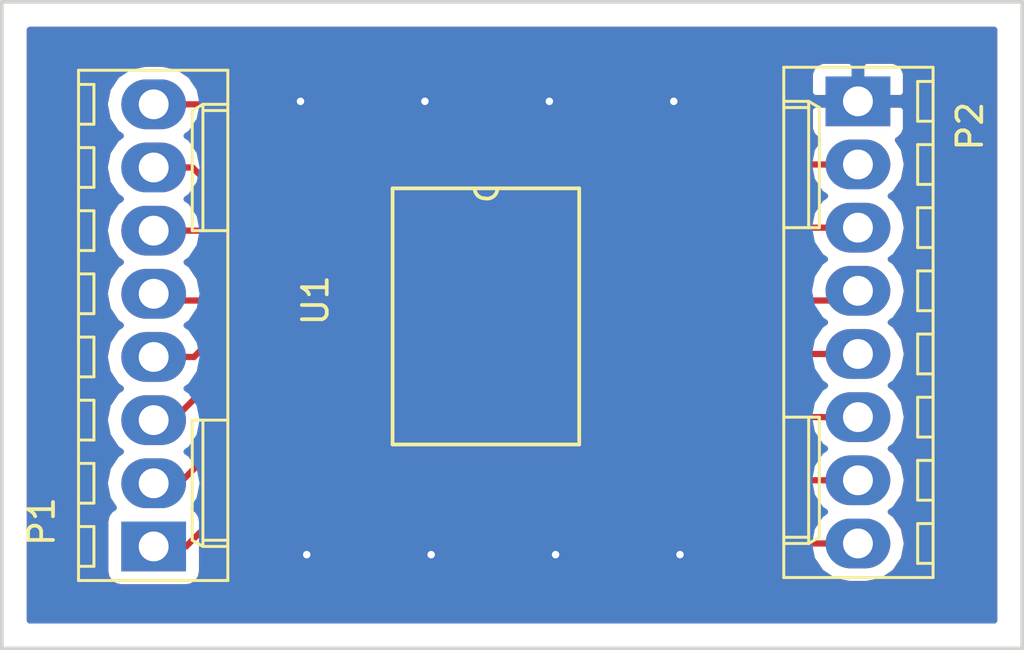
<source format=kicad_pcb>
(kicad_pcb (version 4) (host pcbnew 4.0.5)

  (general
    (links 24)
    (no_connects 0)
    (area 74.924999 23.924999 116.075001 50.075001)
    (thickness 1.6)
    (drawings 4)
    (tracks 257)
    (zones 0)
    (modules 11)
    (nets 17)
  )

  (page A4)
  (layers
    (0 F.Cu signal)
    (31 B.Cu signal hide)
    (32 B.Adhes user)
    (33 F.Adhes user)
    (34 B.Paste user)
    (35 F.Paste user)
    (36 B.SilkS user)
    (37 F.SilkS user)
    (38 B.Mask user)
    (39 F.Mask user)
    (40 Dwgs.User user)
    (41 Cmts.User user)
    (42 Eco1.User user)
    (43 Eco2.User user)
    (44 Edge.Cuts user)
    (45 Margin user)
    (46 B.CrtYd user)
    (47 F.CrtYd user)
    (48 B.Fab user)
    (49 F.Fab user)
  )

  (setup
    (last_trace_width 0.25)
    (trace_clearance 0.2)
    (zone_clearance 0.508)
    (zone_45_only no)
    (trace_min 0.2)
    (segment_width 0.2)
    (edge_width 0.15)
    (via_size 0.6)
    (via_drill 0.4)
    (via_min_size 0.4)
    (via_min_drill 0.3)
    (uvia_size 0.3)
    (uvia_drill 0.1)
    (uvias_allowed no)
    (uvia_min_size 0.2)
    (uvia_min_drill 0.1)
    (pcb_text_width 0.3)
    (pcb_text_size 1.5 1.5)
    (mod_edge_width 0.15)
    (mod_text_size 1 1)
    (mod_text_width 0.15)
    (pad_size 0.6 0.6)
    (pad_drill 0.3)
    (pad_to_mask_clearance 0.2)
    (aux_axis_origin 0 0)
    (visible_elements FFFFFF7F)
    (pcbplotparams
      (layerselection 0x01000_00000001)
      (usegerberextensions false)
      (excludeedgelayer true)
      (linewidth 0.100000)
      (plotframeref false)
      (viasonmask false)
      (mode 1)
      (useauxorigin false)
      (hpglpennumber 1)
      (hpglpenspeed 20)
      (hpglpendiameter 15)
      (hpglpenoverlay 2)
      (psnegative false)
      (psa4output false)
      (plotreference true)
      (plotvalue true)
      (plotinvisibletext false)
      (padsonsilk false)
      (subtractmaskfromsilk false)
      (outputformat 1)
      (mirror false)
      (drillshape 0)
      (scaleselection 1)
      (outputdirectory Gerbers/))
  )

  (net 0 "")
  (net 1 "Net-(P1-Pad1)")
  (net 2 "Net-(P1-Pad2)")
  (net 3 "Net-(P1-Pad3)")
  (net 4 "Net-(P1-Pad4)")
  (net 5 "Net-(P1-Pad5)")
  (net 6 "Net-(P1-Pad6)")
  (net 7 "Net-(P1-Pad7)")
  (net 8 "Net-(P1-Pad8)")
  (net 9 "Net-(P2-Pad1)")
  (net 10 "Net-(P2-Pad2)")
  (net 11 "Net-(P2-Pad3)")
  (net 12 "Net-(P2-Pad4)")
  (net 13 "Net-(P2-Pad5)")
  (net 14 "Net-(P2-Pad6)")
  (net 15 "Net-(P2-Pad7)")
  (net 16 "Net-(P2-Pad8)")

  (net_class Default "This is the default net class."
    (clearance 0.2)
    (trace_width 0.25)
    (via_dia 0.6)
    (via_drill 0.4)
    (uvia_dia 0.3)
    (uvia_drill 0.1)
    (add_net "Net-(P1-Pad1)")
    (add_net "Net-(P1-Pad2)")
    (add_net "Net-(P1-Pad3)")
    (add_net "Net-(P1-Pad4)")
    (add_net "Net-(P1-Pad5)")
    (add_net "Net-(P1-Pad6)")
    (add_net "Net-(P1-Pad7)")
    (add_net "Net-(P1-Pad8)")
    (add_net "Net-(P2-Pad1)")
    (add_net "Net-(P2-Pad2)")
    (add_net "Net-(P2-Pad3)")
    (add_net "Net-(P2-Pad4)")
    (add_net "Net-(P2-Pad5)")
    (add_net "Net-(P2-Pad6)")
    (add_net "Net-(P2-Pad7)")
    (add_net "Net-(P2-Pad8)")
  )

  (module BlackfinV1:VIA-0.6mm (layer F.Cu) (tedit 58ECD088) (tstamp 58ECD9AF)
    (at 102.25 46.23)
    (fp_text reference REF** (at 0 0) (layer F.SilkS) hide
      (effects (font (size 0.2 0.2) (thickness 0.05)))
    )
    (fp_text value VIA-0.6mm (at 0 0) (layer F.Fab) hide
      (effects (font (size 0.2 0.2) (thickness 0.05)))
    )
    (pad 1 thru_hole circle (at 0 0) (size 0.6 0.6) (drill 0.3) (layers *.Cu)
      (net 9 "Net-(P2-Pad1)") (zone_connect 2))
  )

  (module BlackfinV1:VIA-0.6mm (layer F.Cu) (tedit 58ECD088) (tstamp 58ECD9AB)
    (at 97.25 46.23)
    (fp_text reference REF** (at 0 0) (layer F.SilkS) hide
      (effects (font (size 0.2 0.2) (thickness 0.05)))
    )
    (fp_text value VIA-0.6mm (at 0 0) (layer F.Fab) hide
      (effects (font (size 0.2 0.2) (thickness 0.05)))
    )
    (pad 1 thru_hole circle (at 0 0) (size 0.6 0.6) (drill 0.3) (layers *.Cu)
      (net 9 "Net-(P2-Pad1)") (zone_connect 2))
  )

  (module BlackfinV1:VIA-0.6mm (layer F.Cu) (tedit 58ECD088) (tstamp 58ECD9A7)
    (at 92.25 46.23)
    (fp_text reference REF** (at 0 0) (layer F.SilkS) hide
      (effects (font (size 0.2 0.2) (thickness 0.05)))
    )
    (fp_text value VIA-0.6mm (at 0 0) (layer F.Fab) hide
      (effects (font (size 0.2 0.2) (thickness 0.05)))
    )
    (pad 1 thru_hole circle (at 0 0) (size 0.6 0.6) (drill 0.3) (layers *.Cu)
      (net 9 "Net-(P2-Pad1)") (zone_connect 2))
  )

  (module BlackfinV1:VIA-0.6mm (layer F.Cu) (tedit 58ECD088) (tstamp 58ECD9A2)
    (at 87.25 46.23)
    (fp_text reference REF** (at 0 0) (layer F.SilkS) hide
      (effects (font (size 0.2 0.2) (thickness 0.05)))
    )
    (fp_text value VIA-0.6mm (at 0 0) (layer F.Fab) hide
      (effects (font (size 0.2 0.2) (thickness 0.05)))
    )
    (pad 1 thru_hole circle (at 0 0) (size 0.6 0.6) (drill 0.3) (layers *.Cu)
      (net 9 "Net-(P2-Pad1)") (zone_connect 2))
  )

  (module BlackfinV1:VIA-0.6mm (layer F.Cu) (tedit 58ECD088) (tstamp 58ECD99D)
    (at 102 28)
    (fp_text reference REF** (at 0 0) (layer F.SilkS) hide
      (effects (font (size 0.2 0.2) (thickness 0.05)))
    )
    (fp_text value VIA-0.6mm (at 0 0) (layer F.Fab) hide
      (effects (font (size 0.2 0.2) (thickness 0.05)))
    )
    (pad 1 thru_hole circle (at 0 0) (size 0.6 0.6) (drill 0.3) (layers *.Cu)
      (net 9 "Net-(P2-Pad1)") (zone_connect 2))
  )

  (module BlackfinV1:VIA-0.6mm (layer F.Cu) (tedit 58ECD0EF) (tstamp 58ECD999)
    (at 97 28)
    (fp_text reference REF** (at 0 0) (layer F.SilkS) hide
      (effects (font (size 0.2 0.2) (thickness 0.05)))
    )
    (fp_text value VIA-0.6mm (at 0 0) (layer F.Fab) hide
      (effects (font (size 0.2 0.2) (thickness 0.05)))
    )
    (pad 1 thru_hole circle (at 0 0) (size 0.6 0.6) (drill 0.3) (layers *.Cu)
      (net 9 "Net-(P2-Pad1)") (zone_connect 2))
  )

  (module BlackfinV1:VIA-0.6mm (layer F.Cu) (tedit 58ECD088) (tstamp 58ECD995)
    (at 92 28)
    (fp_text reference REF** (at 0 0) (layer F.SilkS) hide
      (effects (font (size 0.2 0.2) (thickness 0.05)))
    )
    (fp_text value VIA-0.6mm (at 0 0) (layer F.Fab) hide
      (effects (font (size 0.2 0.2) (thickness 0.05)))
    )
    (pad 1 thru_hole circle (at 0 0) (size 0.6 0.6) (drill 0.3) (layers *.Cu)
      (net 9 "Net-(P2-Pad1)") (zone_connect 2))
  )

  (module Connectors_Molex:Molex_KK-6410-08_08x2.54mm_Straight (layer F.Cu) (tedit 58ECD082) (tstamp 58ECCFDC)
    (at 109.4 28 270)
    (descr "Connector Headers with Friction Lock, 22-27-2081, http://www.molex.com/pdm_docs/sd/022272021_sd.pdf")
    (tags "connector molex kk_6410 22-27-2081")
    (path /58ECCA87)
    (fp_text reference P2 (at 1 -4.5 270) (layer F.SilkS)
      (effects (font (size 1 1) (thickness 0.15)))
    )
    (fp_text value CONN_01X08 (at 8.89 4.5 270) (layer F.Fab)
      (effects (font (size 1 1) (thickness 0.15)))
    )
    (fp_line (start -1.37 -3.02) (end -1.37 2.98) (layer F.SilkS) (width 0.12))
    (fp_line (start -1.37 2.98) (end 19.15 2.98) (layer F.SilkS) (width 0.12))
    (fp_line (start 19.15 2.98) (end 19.15 -3.02) (layer F.SilkS) (width 0.12))
    (fp_line (start 19.15 -3.02) (end -1.37 -3.02) (layer F.SilkS) (width 0.12))
    (fp_line (start 0 2.98) (end 0 1.98) (layer F.SilkS) (width 0.12))
    (fp_line (start 0 1.98) (end 5.08 1.98) (layer F.SilkS) (width 0.12))
    (fp_line (start 5.08 1.98) (end 5.08 2.98) (layer F.SilkS) (width 0.12))
    (fp_line (start 0 1.98) (end 0.25 1.55) (layer F.SilkS) (width 0.12))
    (fp_line (start 0.25 1.55) (end 5.08 1.55) (layer F.SilkS) (width 0.12))
    (fp_line (start 5.08 1.55) (end 5.08 1.98) (layer F.SilkS) (width 0.12))
    (fp_line (start 0.25 2.98) (end 0.25 1.98) (layer F.SilkS) (width 0.12))
    (fp_line (start 17.78 2.98) (end 17.78 1.98) (layer F.SilkS) (width 0.12))
    (fp_line (start 17.78 1.98) (end 12.7 1.98) (layer F.SilkS) (width 0.12))
    (fp_line (start 12.7 1.98) (end 12.7 2.98) (layer F.SilkS) (width 0.12))
    (fp_line (start 17.78 1.98) (end 17.53 1.55) (layer F.SilkS) (width 0.12))
    (fp_line (start 17.53 1.55) (end 12.7 1.55) (layer F.SilkS) (width 0.12))
    (fp_line (start 12.7 1.55) (end 12.7 1.98) (layer F.SilkS) (width 0.12))
    (fp_line (start 17.53 2.98) (end 17.53 1.98) (layer F.SilkS) (width 0.12))
    (fp_line (start -0.8 -3.02) (end -0.8 -2.4) (layer F.SilkS) (width 0.12))
    (fp_line (start -0.8 -2.4) (end 0.8 -2.4) (layer F.SilkS) (width 0.12))
    (fp_line (start 0.8 -2.4) (end 0.8 -3.02) (layer F.SilkS) (width 0.12))
    (fp_line (start 1.74 -3.02) (end 1.74 -2.4) (layer F.SilkS) (width 0.12))
    (fp_line (start 1.74 -2.4) (end 3.34 -2.4) (layer F.SilkS) (width 0.12))
    (fp_line (start 3.34 -2.4) (end 3.34 -3.02) (layer F.SilkS) (width 0.12))
    (fp_line (start 4.28 -3.02) (end 4.28 -2.4) (layer F.SilkS) (width 0.12))
    (fp_line (start 4.28 -2.4) (end 5.88 -2.4) (layer F.SilkS) (width 0.12))
    (fp_line (start 5.88 -2.4) (end 5.88 -3.02) (layer F.SilkS) (width 0.12))
    (fp_line (start 6.82 -3.02) (end 6.82 -2.4) (layer F.SilkS) (width 0.12))
    (fp_line (start 6.82 -2.4) (end 8.42 -2.4) (layer F.SilkS) (width 0.12))
    (fp_line (start 8.42 -2.4) (end 8.42 -3.02) (layer F.SilkS) (width 0.12))
    (fp_line (start 9.36 -3.02) (end 9.36 -2.4) (layer F.SilkS) (width 0.12))
    (fp_line (start 9.36 -2.4) (end 10.96 -2.4) (layer F.SilkS) (width 0.12))
    (fp_line (start 10.96 -2.4) (end 10.96 -3.02) (layer F.SilkS) (width 0.12))
    (fp_line (start 11.9 -3.02) (end 11.9 -2.4) (layer F.SilkS) (width 0.12))
    (fp_line (start 11.9 -2.4) (end 13.5 -2.4) (layer F.SilkS) (width 0.12))
    (fp_line (start 13.5 -2.4) (end 13.5 -3.02) (layer F.SilkS) (width 0.12))
    (fp_line (start 14.44 -3.02) (end 14.44 -2.4) (layer F.SilkS) (width 0.12))
    (fp_line (start 14.44 -2.4) (end 16.04 -2.4) (layer F.SilkS) (width 0.12))
    (fp_line (start 16.04 -2.4) (end 16.04 -3.02) (layer F.SilkS) (width 0.12))
    (fp_line (start 16.98 -3.02) (end 16.98 -2.4) (layer F.SilkS) (width 0.12))
    (fp_line (start 16.98 -2.4) (end 18.58 -2.4) (layer F.SilkS) (width 0.12))
    (fp_line (start 18.58 -2.4) (end 18.58 -3.02) (layer F.SilkS) (width 0.12))
    (fp_line (start -1.9 3.5) (end -1.9 -3.55) (layer F.CrtYd) (width 0.05))
    (fp_line (start -1.9 -3.55) (end 19.7 -3.55) (layer F.CrtYd) (width 0.05))
    (fp_line (start 19.7 -3.55) (end 19.7 3.5) (layer F.CrtYd) (width 0.05))
    (fp_line (start 19.7 3.5) (end -1.9 3.5) (layer F.CrtYd) (width 0.05))
    (pad 1 thru_hole rect (at 0 0 270) (size 2 2.6) (drill 1.2) (layers *.Cu *.Mask)
      (net 9 "Net-(P2-Pad1)"))
    (pad 2 thru_hole oval (at 2.54 0 270) (size 2 2.6) (drill 1.2) (layers *.Cu *.Mask)
      (net 10 "Net-(P2-Pad2)"))
    (pad 3 thru_hole oval (at 5.08 0 270) (size 2 2.6) (drill 1.2) (layers *.Cu *.Mask)
      (net 11 "Net-(P2-Pad3)"))
    (pad 4 thru_hole oval (at 7.62 0 270) (size 2 2.6) (drill 1.2) (layers *.Cu *.Mask)
      (net 12 "Net-(P2-Pad4)"))
    (pad 5 thru_hole oval (at 10.16 0 270) (size 2 2.6) (drill 1.2) (layers *.Cu *.Mask)
      (net 13 "Net-(P2-Pad5)"))
    (pad 6 thru_hole oval (at 12.7 0 270) (size 2 2.6) (drill 1.2) (layers *.Cu *.Mask)
      (net 14 "Net-(P2-Pad6)"))
    (pad 7 thru_hole oval (at 15.24 0 270) (size 2 2.6) (drill 1.2) (layers *.Cu *.Mask)
      (net 15 "Net-(P2-Pad7)"))
    (pad 8 thru_hole oval (at 17.78 0 270) (size 2 2.6) (drill 1.2) (layers *.Cu *.Mask)
      (net 16 "Net-(P2-Pad8)"))
  )

  (module Connectors_Molex:Molex_KK-6410-08_08x2.54mm_Straight (layer F.Cu) (tedit 56C6219D) (tstamp 58ECCFA2)
    (at 81.1 45.9 90)
    (descr "Connector Headers with Friction Lock, 22-27-2081, http://www.molex.com/pdm_docs/sd/022272021_sd.pdf")
    (tags "connector molex kk_6410 22-27-2081")
    (path /58ECCB2A)
    (fp_text reference P1 (at 1 -4.5 90) (layer F.SilkS)
      (effects (font (size 1 1) (thickness 0.15)))
    )
    (fp_text value CONN_01X08 (at 8.89 4.5 90) (layer F.Fab)
      (effects (font (size 1 1) (thickness 0.15)))
    )
    (fp_line (start -1.37 -3.02) (end -1.37 2.98) (layer F.SilkS) (width 0.12))
    (fp_line (start -1.37 2.98) (end 19.15 2.98) (layer F.SilkS) (width 0.12))
    (fp_line (start 19.15 2.98) (end 19.15 -3.02) (layer F.SilkS) (width 0.12))
    (fp_line (start 19.15 -3.02) (end -1.37 -3.02) (layer F.SilkS) (width 0.12))
    (fp_line (start 0 2.98) (end 0 1.98) (layer F.SilkS) (width 0.12))
    (fp_line (start 0 1.98) (end 5.08 1.98) (layer F.SilkS) (width 0.12))
    (fp_line (start 5.08 1.98) (end 5.08 2.98) (layer F.SilkS) (width 0.12))
    (fp_line (start 0 1.98) (end 0.25 1.55) (layer F.SilkS) (width 0.12))
    (fp_line (start 0.25 1.55) (end 5.08 1.55) (layer F.SilkS) (width 0.12))
    (fp_line (start 5.08 1.55) (end 5.08 1.98) (layer F.SilkS) (width 0.12))
    (fp_line (start 0.25 2.98) (end 0.25 1.98) (layer F.SilkS) (width 0.12))
    (fp_line (start 17.78 2.98) (end 17.78 1.98) (layer F.SilkS) (width 0.12))
    (fp_line (start 17.78 1.98) (end 12.7 1.98) (layer F.SilkS) (width 0.12))
    (fp_line (start 12.7 1.98) (end 12.7 2.98) (layer F.SilkS) (width 0.12))
    (fp_line (start 17.78 1.98) (end 17.53 1.55) (layer F.SilkS) (width 0.12))
    (fp_line (start 17.53 1.55) (end 12.7 1.55) (layer F.SilkS) (width 0.12))
    (fp_line (start 12.7 1.55) (end 12.7 1.98) (layer F.SilkS) (width 0.12))
    (fp_line (start 17.53 2.98) (end 17.53 1.98) (layer F.SilkS) (width 0.12))
    (fp_line (start -0.8 -3.02) (end -0.8 -2.4) (layer F.SilkS) (width 0.12))
    (fp_line (start -0.8 -2.4) (end 0.8 -2.4) (layer F.SilkS) (width 0.12))
    (fp_line (start 0.8 -2.4) (end 0.8 -3.02) (layer F.SilkS) (width 0.12))
    (fp_line (start 1.74 -3.02) (end 1.74 -2.4) (layer F.SilkS) (width 0.12))
    (fp_line (start 1.74 -2.4) (end 3.34 -2.4) (layer F.SilkS) (width 0.12))
    (fp_line (start 3.34 -2.4) (end 3.34 -3.02) (layer F.SilkS) (width 0.12))
    (fp_line (start 4.28 -3.02) (end 4.28 -2.4) (layer F.SilkS) (width 0.12))
    (fp_line (start 4.28 -2.4) (end 5.88 -2.4) (layer F.SilkS) (width 0.12))
    (fp_line (start 5.88 -2.4) (end 5.88 -3.02) (layer F.SilkS) (width 0.12))
    (fp_line (start 6.82 -3.02) (end 6.82 -2.4) (layer F.SilkS) (width 0.12))
    (fp_line (start 6.82 -2.4) (end 8.42 -2.4) (layer F.SilkS) (width 0.12))
    (fp_line (start 8.42 -2.4) (end 8.42 -3.02) (layer F.SilkS) (width 0.12))
    (fp_line (start 9.36 -3.02) (end 9.36 -2.4) (layer F.SilkS) (width 0.12))
    (fp_line (start 9.36 -2.4) (end 10.96 -2.4) (layer F.SilkS) (width 0.12))
    (fp_line (start 10.96 -2.4) (end 10.96 -3.02) (layer F.SilkS) (width 0.12))
    (fp_line (start 11.9 -3.02) (end 11.9 -2.4) (layer F.SilkS) (width 0.12))
    (fp_line (start 11.9 -2.4) (end 13.5 -2.4) (layer F.SilkS) (width 0.12))
    (fp_line (start 13.5 -2.4) (end 13.5 -3.02) (layer F.SilkS) (width 0.12))
    (fp_line (start 14.44 -3.02) (end 14.44 -2.4) (layer F.SilkS) (width 0.12))
    (fp_line (start 14.44 -2.4) (end 16.04 -2.4) (layer F.SilkS) (width 0.12))
    (fp_line (start 16.04 -2.4) (end 16.04 -3.02) (layer F.SilkS) (width 0.12))
    (fp_line (start 16.98 -3.02) (end 16.98 -2.4) (layer F.SilkS) (width 0.12))
    (fp_line (start 16.98 -2.4) (end 18.58 -2.4) (layer F.SilkS) (width 0.12))
    (fp_line (start 18.58 -2.4) (end 18.58 -3.02) (layer F.SilkS) (width 0.12))
    (fp_line (start -1.9 3.5) (end -1.9 -3.55) (layer F.CrtYd) (width 0.05))
    (fp_line (start -1.9 -3.55) (end 19.7 -3.55) (layer F.CrtYd) (width 0.05))
    (fp_line (start 19.7 -3.55) (end 19.7 3.5) (layer F.CrtYd) (width 0.05))
    (fp_line (start 19.7 3.5) (end -1.9 3.5) (layer F.CrtYd) (width 0.05))
    (pad 1 thru_hole rect (at 0 0 90) (size 2 2.6) (drill 1.2) (layers *.Cu *.Mask)
      (net 1 "Net-(P1-Pad1)"))
    (pad 2 thru_hole oval (at 2.54 0 90) (size 2 2.6) (drill 1.2) (layers *.Cu *.Mask)
      (net 2 "Net-(P1-Pad2)"))
    (pad 3 thru_hole oval (at 5.08 0 90) (size 2 2.6) (drill 1.2) (layers *.Cu *.Mask)
      (net 3 "Net-(P1-Pad3)"))
    (pad 4 thru_hole oval (at 7.62 0 90) (size 2 2.6) (drill 1.2) (layers *.Cu *.Mask)
      (net 4 "Net-(P1-Pad4)"))
    (pad 5 thru_hole oval (at 10.16 0 90) (size 2 2.6) (drill 1.2) (layers *.Cu *.Mask)
      (net 5 "Net-(P1-Pad5)"))
    (pad 6 thru_hole oval (at 12.7 0 90) (size 2 2.6) (drill 1.2) (layers *.Cu *.Mask)
      (net 6 "Net-(P1-Pad6)"))
    (pad 7 thru_hole oval (at 15.24 0 90) (size 2 2.6) (drill 1.2) (layers *.Cu *.Mask)
      (net 7 "Net-(P1-Pad7)"))
    (pad 8 thru_hole oval (at 17.78 0 90) (size 2 2.6) (drill 1.2) (layers *.Cu *.Mask)
      (net 8 "Net-(P1-Pad8)"))
  )

  (module RTE5:AD7705 (layer F.Cu) (tedit 58ECC9F2) (tstamp 58ECCFF6)
    (at 90.7 31.5 270)
    (path /58ECCA46)
    (fp_text reference U1 (at 4.5 3.1 270) (layer F.SilkS)
      (effects (font (size 1 1) (thickness 0.15)))
    )
    (fp_text value AD7705 (at 5.1 -10.6 270) (layer F.Fab)
      (effects (font (size 1 1) (thickness 0.15)))
    )
    (fp_arc (start 0 -3.8) (end 0.1 -4.2) (angle 90) (layer F.SilkS) (width 0.15))
    (fp_arc (start 0 -3.7) (end 0.4 -3.7) (angle 90) (layer F.SilkS) (width 0.15))
    (fp_line (start 0 0) (end 10.3 0) (layer F.SilkS) (width 0.15))
    (fp_line (start 10.3 0) (end 10.3 -7.5) (layer F.SilkS) (width 0.15))
    (fp_line (start 10.3 -7.5) (end 0 -7.5) (layer F.SilkS) (width 0.15))
    (fp_line (start 0 -7.5) (end 0 0) (layer F.SilkS) (width 0.15))
    (pad 9 smd rect (at 9.59 -8 270) (size 0.41 1.525) (layers F.Cu F.Paste F.Mask)
      (net 16 "Net-(P2-Pad8)"))
    (pad 10 smd rect (at 8.32 -8 270) (size 0.41 1.525) (layers F.Cu F.Paste F.Mask)
      (net 15 "Net-(P2-Pad7)"))
    (pad 11 smd rect (at 7.05 -8 270) (size 0.41 1.525) (layers F.Cu F.Paste F.Mask)
      (net 14 "Net-(P2-Pad6)"))
    (pad 12 smd rect (at 5.78 -8 270) (size 0.41 1.525) (layers F.Cu F.Paste F.Mask)
      (net 13 "Net-(P2-Pad5)"))
    (pad 13 smd rect (at 4.51 -8 270) (size 0.41 1.525) (layers F.Cu F.Paste F.Mask)
      (net 12 "Net-(P2-Pad4)"))
    (pad 14 smd rect (at 3.24 -8 270) (size 0.41 1.525) (layers F.Cu F.Paste F.Mask)
      (net 11 "Net-(P2-Pad3)"))
    (pad 15 smd rect (at 1.97 -8 270) (size 0.41 1.525) (layers F.Cu F.Paste F.Mask)
      (net 10 "Net-(P2-Pad2)"))
    (pad 16 smd rect (at 0.7 -8 270) (size 0.41 1.525) (layers F.Cu F.Paste F.Mask)
      (net 9 "Net-(P2-Pad1)"))
    (pad 8 smd rect (at 9.59 0.5 270) (size 0.41 1.525) (layers F.Cu F.Paste F.Mask)
      (net 1 "Net-(P1-Pad1)"))
    (pad 7 smd rect (at 8.32 0.5 270) (size 0.41 1.525) (layers F.Cu F.Paste F.Mask)
      (net 2 "Net-(P1-Pad2)"))
    (pad 6 smd rect (at 7.05 0.5 270) (size 0.41 1.525) (layers F.Cu F.Paste F.Mask)
      (net 3 "Net-(P1-Pad3)"))
    (pad 5 smd rect (at 5.78 0.5 270) (size 0.41 1.525) (layers F.Cu F.Paste F.Mask)
      (net 4 "Net-(P1-Pad4)"))
    (pad 4 smd rect (at 4.51 0.5 270) (size 0.41 1.525) (layers F.Cu F.Paste F.Mask)
      (net 5 "Net-(P1-Pad5)"))
    (pad 3 smd rect (at 3.24 0.5 270) (size 0.41 1.525) (layers F.Cu F.Paste F.Mask)
      (net 6 "Net-(P1-Pad6)"))
    (pad 2 smd rect (at 1.97 0.5 270) (size 0.41 1.525) (layers F.Cu F.Paste F.Mask)
      (net 7 "Net-(P1-Pad7)"))
    (pad 1 smd rect (at 0.7 0.5 270) (size 0.41 1.525) (layers F.Cu F.Paste F.Mask)
      (net 8 "Net-(P1-Pad8)"))
  )

  (module BlackfinV1:VIA-0.6mm (layer F.Cu) (tedit 58ECD088) (tstamp 58ECD918)
    (at 87 28)
    (fp_text reference REF** (at 0 0) (layer F.SilkS) hide
      (effects (font (size 0.2 0.2) (thickness 0.05)))
    )
    (fp_text value VIA-0.6mm (at 0 0) (layer F.Fab) hide
      (effects (font (size 0.2 0.2) (thickness 0.05)))
    )
    (pad 1 thru_hole circle (at 0 0) (size 0.6 0.6) (drill 0.3) (layers *.Cu)
      (net 9 "Net-(P2-Pad1)") (zone_connect 2))
  )

  (gr_line (start 116 24) (end 116 50) (angle 90) (layer Edge.Cuts) (width 0.15))
  (gr_line (start 75 24) (end 116 24) (angle 90) (layer Edge.Cuts) (width 0.15))
  (gr_line (start 75 50) (end 75 24) (angle 90) (layer Edge.Cuts) (width 0.15))
  (gr_line (start 116 50) (end 75 50) (angle 90) (layer Edge.Cuts) (width 0.15))

  (segment (start 90.2 41.09) (end 87.21 41.09) (width 0.25) (layer F.Cu) (net 1))
  (segment (start 87.21 41.09) (end 82.4 45.9) (width 0.25) (layer F.Cu) (net 1) (tstamp 58ECD299))
  (segment (start 82.4 45.9) (end 81.1 45.9) (width 0.25) (layer F.Cu) (net 1) (tstamp 58ECD29B))
  (segment (start 90.2 39.82) (end 85.68 39.82) (width 0.25) (layer F.Cu) (net 2))
  (segment (start 85.467568 39.799483) (end 85.450086 39.807902) (width 0.25) (layer F.Cu) (net 2))
  (segment (start 85.450086 39.807902) (end 85.434916 39.82) (width 0.25) (layer F.Cu) (net 2))
  (segment (start 85.68 39.82) (end 85.664829 39.832097) (width 0.25) (layer F.Cu) (net 2))
  (segment (start 84.688412 40.578638) (end 84.684095 40.597555) (width 0.25) (layer F.Cu) (net 2))
  (segment (start 85.505888 39.795165) (end 85.486485 39.795165) (width 0.25) (layer F.Cu) (net 2))
  (segment (start 85.664829 39.832097) (end 85.647347 39.840516) (width 0.25) (layer F.Cu) (net 2))
  (segment (start 84.760761 40.739239) (end 84.822032 40.80051) (width 0.25) (layer F.Cu) (net 2))
  (segment (start 85.647347 39.840516) (end 85.62843 39.844834) (width 0.25) (layer F.Cu) (net 2))
  (segment (start 84.696831 40.653357) (end 84.708929 40.668528) (width 0.25) (layer F.Cu) (net 2))
  (segment (start 84.688412 40.635876) (end 84.696831 40.653357) (width 0.25) (layer F.Cu) (net 2))
  (segment (start 85.62843 39.844834) (end 85.609027 39.844834) (width 0.25) (layer F.Cu) (net 2))
  (segment (start 85.486485 39.795165) (end 85.467568 39.799483) (width 0.25) (layer F.Cu) (net 2))
  (segment (start 84.044477 41.673873) (end 84.025073 41.673873) (width 0.25) (layer F.Cu) (net 2))
  (segment (start 84.708929 40.545986) (end 84.696831 40.561156) (width 0.25) (layer F.Cu) (net 2))
  (segment (start 84.006156 41.669556) (end 83.988675 41.661137) (width 0.25) (layer F.Cu) (net 2))
  (segment (start 85.609027 39.844834) (end 85.59011 39.840516) (width 0.25) (layer F.Cu) (net 2))
  (segment (start 84.696831 40.561156) (end 84.688412 40.578638) (width 0.25) (layer F.Cu) (net 2))
  (segment (start 85.59011 39.840516) (end 85.572628 39.832097) (width 0.25) (layer F.Cu) (net 2))
  (segment (start 84.822032 40.80051) (end 84.834131 40.81568) (width 0.25) (layer F.Cu) (net 2))
  (segment (start 85.572628 39.832097) (end 85.542287 39.807902) (width 0.25) (layer F.Cu) (net 2))
  (segment (start 84.846867 40.871483) (end 84.84255 40.890399) (width 0.25) (layer F.Cu) (net 2))
  (segment (start 84.708929 40.668528) (end 84.770199 40.729798) (width 0.25) (layer F.Cu) (net 2))
  (segment (start 85.542287 39.807902) (end 85.524805 39.799483) (width 0.25) (layer F.Cu) (net 2))
  (segment (start 85.434916 39.82) (end 84.708929 40.545986) (width 0.25) (layer F.Cu) (net 2))
  (segment (start 85.524805 39.799483) (end 85.505888 39.795165) (width 0.25) (layer F.Cu) (net 2))
  (segment (start 83.921935 41.624205) (end 83.902533 41.624204) (width 0.25) (layer F.Cu) (net 2))
  (segment (start 84.684095 40.597555) (end 84.684095 40.616959) (width 0.25) (layer F.Cu) (net 2))
  (segment (start 84.684095 40.616959) (end 84.688412 40.635876) (width 0.25) (layer F.Cu) (net 2))
  (segment (start 84.834131 40.81568) (end 84.84255 40.833161) (width 0.25) (layer F.Cu) (net 2))
  (segment (start 84.770199 40.729798) (end 84.760761 40.739239) (width 0.25) (layer F.Cu) (net 2))
  (segment (start 84.84255 40.833161) (end 84.846867 40.852079) (width 0.25) (layer F.Cu) (net 2))
  (segment (start 84.846867 40.852079) (end 84.846867 40.871483) (width 0.25) (layer F.Cu) (net 2))
  (segment (start 84.84255 40.890399) (end 84.83413 40.907882) (width 0.25) (layer F.Cu) (net 2))
  (segment (start 84.83413 40.907882) (end 84.822032 40.923052) (width 0.25) (layer F.Cu) (net 2))
  (segment (start 84.822032 40.923052) (end 84.096047 41.649038) (width 0.25) (layer F.Cu) (net 2))
  (segment (start 84.096047 41.649038) (end 84.080877 41.661136) (width 0.25) (layer F.Cu) (net 2))
  (segment (start 84.025073 41.673873) (end 84.006156 41.669556) (width 0.25) (layer F.Cu) (net 2))
  (segment (start 84.080877 41.661136) (end 84.063394 41.669556) (width 0.25) (layer F.Cu) (net 2))
  (segment (start 83.866134 41.636941) (end 83.850963 41.649039) (width 0.25) (layer F.Cu) (net 2))
  (segment (start 84.063394 41.669556) (end 84.044477 41.673873) (width 0.25) (layer F.Cu) (net 2))
  (segment (start 83.988675 41.661137) (end 83.973505 41.649038) (width 0.25) (layer F.Cu) (net 2))
  (segment (start 83.973505 41.649038) (end 83.958334 41.636942) (width 0.25) (layer F.Cu) (net 2))
  (segment (start 83.958334 41.636942) (end 83.940853 41.628522) (width 0.25) (layer F.Cu) (net 2))
  (segment (start 83.940853 41.628522) (end 83.921935 41.624205) (width 0.25) (layer F.Cu) (net 2))
  (segment (start 83.902533 41.624204) (end 83.883615 41.628523) (width 0.25) (layer F.Cu) (net 2))
  (segment (start 83.883615 41.628523) (end 83.866134 41.636941) (width 0.25) (layer F.Cu) (net 2))
  (segment (start 83.850963 41.649039) (end 82.14 43.36) (width 0.25) (layer F.Cu) (net 2))
  (segment (start 82.14 43.36) (end 81.1 43.36) (width 0.25) (layer F.Cu) (net 2))
  (segment (start 90.2 38.55) (end 89 38.55) (width 0.25) (layer F.Cu) (net 3))
  (segment (start 89 38.55) (end 88.974224 38.547095) (width 0.25) (layer F.Cu) (net 3))
  (segment (start 88.794111 38.321239) (end 88.768336 38.318335) (width 0.25) (layer F.Cu) (net 3))
  (segment (start 87.972095 38.691609) (end 87.963529 38.716091) (width 0.25) (layer F.Cu) (net 3))
  (segment (start 88.074224 38.321239) (end 88.049742 38.329805) (width 0.25) (layer F.Cu) (net 3))
  (segment (start 88.974224 38.547095) (end 88.949742 38.538529) (width 0.25) (layer F.Cu) (net 3))
  (segment (start 88.818593 38.329805) (end 88.794111 38.321239) (width 0.25) (layer F.Cu) (net 3))
  (segment (start 87.975 38.665833) (end 87.972095 38.691609) (width 0.25) (layer F.Cu) (net 3))
  (segment (start 88.949742 38.538529) (end 88.927779 38.524729) (width 0.25) (layer F.Cu) (net 3))
  (segment (start 88.909438 38.506388) (end 88.895638 38.484425) (width 0.25) (layer F.Cu) (net 3))
  (segment (start 88.927779 38.524729) (end 88.909438 38.506388) (width 0.25) (layer F.Cu) (net 3))
  (segment (start 86.218611 38.343605) (end 86.20027 38.361946) (width 0.25) (layer F.Cu) (net 3))
  (segment (start 83.939643 38.724618) (end 83.913705 38.724618) (width 0.25) (layer F.Cu) (net 3))
  (segment (start 86.18647 38.383909) (end 86.177904 38.408391) (width 0.25) (layer F.Cu) (net 3))
  (segment (start 88.872697 38.383909) (end 88.858897 38.361946) (width 0.25) (layer F.Cu) (net 3))
  (segment (start 88.881263 38.408391) (end 88.872697 38.383909) (width 0.25) (layer F.Cu) (net 3))
  (segment (start 88.895638 38.484425) (end 88.887072 38.459943) (width 0.25) (layer F.Cu) (net 3))
  (segment (start 88.887072 38.459943) (end 88.881263 38.408391) (width 0.25) (layer F.Cu) (net 3))
  (segment (start 84.15 38.55) (end 84.00858 38.69142) (width 0.25) (layer F.Cu) (net 3))
  (segment (start 88.858897 38.361946) (end 88.840556 38.343605) (width 0.25) (layer F.Cu) (net 3))
  (segment (start 87.984168 38.55) (end 87.975 38.55) (width 0.25) (layer F.Cu) (net 3))
  (segment (start 87.984168 38.434168) (end 87.984168 38.55) (width 0.25) (layer F.Cu) (net 3))
  (segment (start 87.08647 38.716091) (end 87.077904 38.691609) (width 0.25) (layer F.Cu) (net 3))
  (segment (start 88.840556 38.343605) (end 88.818593 38.329805) (width 0.25) (layer F.Cu) (net 3))
  (segment (start 87.884943 38.778761) (end 87.859168 38.781665) (width 0.25) (layer F.Cu) (net 3))
  (segment (start 88.768336 38.318335) (end 88.1 38.318335) (width 0.25) (layer F.Cu) (net 3))
  (segment (start 83.180944 39.284166) (end 83.192198 39.307535) (width 0.25) (layer F.Cu) (net 3))
  (segment (start 83.192198 39.307535) (end 83.224543 39.348094) (width 0.25) (layer F.Cu) (net 3))
  (segment (start 88.1 38.318335) (end 88.074224 38.321239) (width 0.25) (layer F.Cu) (net 3))
  (segment (start 87.975 38.55) (end 87.975 38.665833) (width 0.25) (layer F.Cu) (net 3))
  (segment (start 88.049742 38.329805) (end 88.027779 38.343605) (width 0.25) (layer F.Cu) (net 3))
  (segment (start 87.931388 38.756395) (end 87.909425 38.770195) (width 0.25) (layer F.Cu) (net 3))
  (segment (start 85.390832 38.781665) (end 85.365056 38.778761) (width 0.25) (layer F.Cu) (net 3))
  (segment (start 88.027779 38.343605) (end 88.009438 38.361946) (width 0.25) (layer F.Cu) (net 3))
  (segment (start 88.009438 38.361946) (end 87.995638 38.383909) (width 0.25) (layer F.Cu) (net 3))
  (segment (start 87.995638 38.383909) (end 87.987072 38.408391) (width 0.25) (layer F.Cu) (net 3))
  (segment (start 87.987072 38.408391) (end 87.984168 38.434168) (width 0.25) (layer F.Cu) (net 3))
  (segment (start 87.140574 38.770195) (end 87.118611 38.756395) (width 0.25) (layer F.Cu) (net 3))
  (segment (start 83.680956 38.691419) (end 83.208371 39.164003) (width 0.25) (layer F.Cu) (net 3))
  (segment (start 86.131388 38.756395) (end 86.109425 38.770195) (width 0.25) (layer F.Cu) (net 3))
  (segment (start 87.963529 38.716091) (end 87.949729 38.738054) (width 0.25) (layer F.Cu) (net 3))
  (segment (start 86.109425 38.770195) (end 86.084943 38.778761) (width 0.25) (layer F.Cu) (net 3))
  (segment (start 87.949729 38.738054) (end 87.931388 38.756395) (width 0.25) (layer F.Cu) (net 3))
  (segment (start 87.009425 38.329805) (end 86.984943 38.321239) (width 0.25) (layer F.Cu) (net 3))
  (segment (start 87.909425 38.770195) (end 87.884943 38.778761) (width 0.25) (layer F.Cu) (net 3))
  (segment (start 87.859168 38.781665) (end 87.190832 38.781665) (width 0.25) (layer F.Cu) (net 3))
  (segment (start 87.049729 38.361946) (end 87.031388 38.343605) (width 0.25) (layer F.Cu) (net 3))
  (segment (start 87.190832 38.781665) (end 87.165056 38.778761) (width 0.25) (layer F.Cu) (net 3))
  (segment (start 85.263529 38.615575) (end 85.249729 38.593612) (width 0.25) (layer F.Cu) (net 3))
  (segment (start 83.888417 38.718846) (end 83.865048 38.707592) (width 0.25) (layer F.Cu) (net 3))
  (segment (start 86.175 38.434167) (end 86.175 38.665833) (width 0.25) (layer F.Cu) (net 3))
  (segment (start 86.175 38.665833) (end 86.172095 38.691609) (width 0.25) (layer F.Cu) (net 3))
  (segment (start 86.265056 38.321239) (end 86.240574 38.329805) (width 0.25) (layer F.Cu) (net 3))
  (segment (start 87.165056 38.778761) (end 87.140574 38.770195) (width 0.25) (layer F.Cu) (net 3))
  (segment (start 87.118611 38.756395) (end 87.10027 38.738054) (width 0.25) (layer F.Cu) (net 3))
  (segment (start 87.10027 38.738054) (end 87.08647 38.716091) (width 0.25) (layer F.Cu) (net 3))
  (segment (start 87.075 38.434167) (end 87.072095 38.408391) (width 0.25) (layer F.Cu) (net 3))
  (segment (start 87.075 38.665833) (end 87.075 38.434167) (width 0.25) (layer F.Cu) (net 3))
  (segment (start 87.077904 38.691609) (end 87.075 38.665833) (width 0.25) (layer F.Cu) (net 3))
  (segment (start 87.072095 38.408391) (end 87.063529 38.383909) (width 0.25) (layer F.Cu) (net 3))
  (segment (start 83.77583 38.658221) (end 83.749892 38.658221) (width 0.25) (layer F.Cu) (net 3))
  (segment (start 87.063529 38.383909) (end 87.049729 38.361946) (width 0.25) (layer F.Cu) (net 3))
  (segment (start 83.865048 38.707592) (end 83.824488 38.675247) (width 0.25) (layer F.Cu) (net 3))
  (segment (start 87.031388 38.343605) (end 87.009425 38.329805) (width 0.25) (layer F.Cu) (net 3))
  (segment (start 86.984943 38.321239) (end 86.959168 38.318335) (width 0.25) (layer F.Cu) (net 3))
  (segment (start 86.290832 38.318335) (end 86.265056 38.321239) (width 0.25) (layer F.Cu) (net 3))
  (segment (start 86.959168 38.318335) (end 86.290832 38.318335) (width 0.25) (layer F.Cu) (net 3))
  (segment (start 85.249729 38.593612) (end 85.231388 38.575271) (width 0.25) (layer F.Cu) (net 3))
  (segment (start 83.224543 39.471347) (end 83.208371 39.491626) (width 0.25) (layer F.Cu) (net 3))
  (segment (start 86.240574 38.329805) (end 86.218611 38.343605) (width 0.25) (layer F.Cu) (net 3))
  (segment (start 86.20027 38.361946) (end 86.18647 38.383909) (width 0.25) (layer F.Cu) (net 3))
  (segment (start 86.163529 38.716091) (end 86.149729 38.738054) (width 0.25) (layer F.Cu) (net 3))
  (segment (start 86.177904 38.408391) (end 86.175 38.434167) (width 0.25) (layer F.Cu) (net 3))
  (segment (start 85.272095 38.640057) (end 85.263529 38.615575) (width 0.25) (layer F.Cu) (net 3))
  (segment (start 86.172095 38.691609) (end 86.163529 38.716091) (width 0.25) (layer F.Cu) (net 3))
  (segment (start 86.149729 38.738054) (end 86.131388 38.756395) (width 0.25) (layer F.Cu) (net 3))
  (segment (start 86.084943 38.778761) (end 86.059168 38.781665) (width 0.25) (layer F.Cu) (net 3))
  (segment (start 86.059168 38.781665) (end 85.390832 38.781665) (width 0.25) (layer F.Cu) (net 3))
  (segment (start 85.365056 38.778761) (end 85.340574 38.770195) (width 0.25) (layer F.Cu) (net 3))
  (segment (start 85.340574 38.770195) (end 85.318611 38.756395) (width 0.25) (layer F.Cu) (net 3))
  (segment (start 83.913705 38.724618) (end 83.888417 38.718846) (width 0.25) (layer F.Cu) (net 3))
  (segment (start 85.318611 38.756395) (end 85.30027 38.738054) (width 0.25) (layer F.Cu) (net 3))
  (segment (start 85.30027 38.738054) (end 85.28647 38.716091) (width 0.25) (layer F.Cu) (net 3))
  (segment (start 85.28647 38.716091) (end 85.277904 38.691609) (width 0.25) (layer F.Cu) (net 3))
  (segment (start 85.277904 38.691609) (end 85.272095 38.640057) (width 0.25) (layer F.Cu) (net 3))
  (segment (start 85.231388 38.575271) (end 85.209425 38.561471) (width 0.25) (layer F.Cu) (net 3))
  (segment (start 85.209425 38.561471) (end 85.184943 38.552905) (width 0.25) (layer F.Cu) (net 3))
  (segment (start 83.180944 39.207652) (end 83.175173 39.23294) (width 0.25) (layer F.Cu) (net 3))
  (segment (start 83.241569 39.42269) (end 83.235798 39.447978) (width 0.25) (layer F.Cu) (net 3))
  (segment (start 85.184943 38.552905) (end 85.159168 38.55) (width 0.25) (layer F.Cu) (net 3))
  (segment (start 85.159168 38.55) (end 84.15 38.55) (width 0.25) (layer F.Cu) (net 3))
  (segment (start 84.00858 38.69142) (end 83.9883 38.707592) (width 0.25) (layer F.Cu) (net 3))
  (segment (start 83.9883 38.707592) (end 83.964931 38.718846) (width 0.25) (layer F.Cu) (net 3))
  (segment (start 83.175173 39.258878) (end 83.180944 39.284166) (width 0.25) (layer F.Cu) (net 3))
  (segment (start 83.964931 38.718846) (end 83.939643 38.724618) (width 0.25) (layer F.Cu) (net 3))
  (segment (start 83.824488 38.675247) (end 83.801118 38.663992) (width 0.25) (layer F.Cu) (net 3))
  (segment (start 83.801118 38.663992) (end 83.77583 38.658221) (width 0.25) (layer F.Cu) (net 3))
  (segment (start 83.749892 38.658221) (end 83.724604 38.663992) (width 0.25) (layer F.Cu) (net 3))
  (segment (start 83.724604 38.663992) (end 83.701235 38.675247) (width 0.25) (layer F.Cu) (net 3))
  (segment (start 83.701235 38.675247) (end 83.680956 38.691419) (width 0.25) (layer F.Cu) (net 3))
  (segment (start 83.208371 39.164003) (end 83.192198 39.184283) (width 0.25) (layer F.Cu) (net 3))
  (segment (start 83.192198 39.184283) (end 83.180944 39.207652) (width 0.25) (layer F.Cu) (net 3))
  (segment (start 83.175173 39.23294) (end 83.175173 39.258878) (width 0.25) (layer F.Cu) (net 3))
  (segment (start 83.224543 39.348094) (end 83.235798 39.371464) (width 0.25) (layer F.Cu) (net 3))
  (segment (start 83.235798 39.371464) (end 83.241569 39.396752) (width 0.25) (layer F.Cu) (net 3))
  (segment (start 83.241569 39.396752) (end 83.241569 39.42269) (width 0.25) (layer F.Cu) (net 3))
  (segment (start 83.235798 39.447978) (end 83.224543 39.471347) (width 0.25) (layer F.Cu) (net 3))
  (segment (start 83.208371 39.491626) (end 81.88 40.82) (width 0.25) (layer F.Cu) (net 3))
  (segment (start 81.88 40.82) (end 81.181296 40.82) (width 0.25) (layer F.Cu) (net 3))
  (segment (start 81.181296 40.82) (end 81.1 40.82) (width 0.25) (layer F.Cu) (net 3))
  (segment (start 83.72 37.28) (end 82.72 38.28) (width 0.25) (layer F.Cu) (net 4))
  (segment (start 82.72 38.28) (end 81.1 38.28) (width 0.25) (layer F.Cu) (net 4))
  (segment (start 90.2 37.28) (end 83.72 37.28) (width 0.25) (layer F.Cu) (net 4))
  (segment (start 90.2 36.01) (end 81.37 36.01) (width 0.25) (layer F.Cu) (net 5))
  (segment (start 81.37 36.01) (end 81.1 35.74) (width 0.25) (layer F.Cu) (net 5))
  (segment (start 90.2 34.74) (end 84.74 34.74) (width 0.25) (layer F.Cu) (net 6))
  (segment (start 83.2 33.2) (end 81.1 33.2) (width 0.25) (layer F.Cu) (net 6) (tstamp 58ECD653))
  (segment (start 84.74 34.74) (end 83.2 33.2) (width 0.25) (layer F.Cu) (net 6) (tstamp 58ECD652))
  (segment (start 82.223025 33.014505) (end 82.203173 33.021452) (width 0.25) (layer F.Cu) (net 6))
  (segment (start 82.159302 33.065323) (end 82.152355 33.085175) (width 0.25) (layer F.Cu) (net 6))
  (segment (start 82.114637 33.179509) (end 82.096828 33.190699) (width 0.25) (layer F.Cu) (net 6))
  (segment (start 82.076976 33.197646) (end 82.056075 33.2) (width 0.25) (layer F.Cu) (net 6))
  (segment (start 82.129509 33.164637) (end 82.114637 33.179509) (width 0.25) (layer F.Cu) (net 6))
  (segment (start 82.243925 33.01215) (end 82.223025 33.014505) (width 0.25) (layer F.Cu) (net 6))
  (segment (start 82.203173 33.021452) (end 82.185364 33.032642) (width 0.25) (layer F.Cu) (net 6))
  (segment (start 82.185364 33.032642) (end 82.170492 33.047514) (width 0.25) (layer F.Cu) (net 6))
  (segment (start 82.170492 33.047514) (end 82.159302 33.065323) (width 0.25) (layer F.Cu) (net 6))
  (segment (start 82.152355 33.085175) (end 82.147646 33.126976) (width 0.25) (layer F.Cu) (net 6))
  (segment (start 82.147646 33.126976) (end 82.140699 33.146828) (width 0.25) (layer F.Cu) (net 6))
  (segment (start 82.140699 33.146828) (end 82.129509 33.164637) (width 0.25) (layer F.Cu) (net 6))
  (segment (start 82.096828 33.190699) (end 82.076976 33.197646) (width 0.25) (layer F.Cu) (net 6))
  (segment (start 82.056075 33.2) (end 81.1 33.2) (width 0.25) (layer F.Cu) (net 6))
  (segment (start 90.2 33.47) (end 85.47 33.47) (width 0.25) (layer F.Cu) (net 7))
  (segment (start 82.66 30.66) (end 81.1 30.66) (width 0.25) (layer F.Cu) (net 7) (tstamp 58ECD65A))
  (segment (start 85.47 33.47) (end 82.66 30.66) (width 0.25) (layer F.Cu) (net 7) (tstamp 58ECD658))
  (segment (start 90.2 32.2) (end 87 32.2) (width 0.25) (layer F.Cu) (net 8))
  (segment (start 87 32.2) (end 82.92 28.12) (width 0.25) (layer F.Cu) (net 8))
  (segment (start 82.92 28.12) (end 81.1 28.12) (width 0.25) (layer F.Cu) (net 8))
  (segment (start 98.7 33.47) (end 101.53 33.47) (width 0.25) (layer F.Cu) (net 10))
  (segment (start 104.46 30.54) (end 109.4 30.54) (width 0.25) (layer F.Cu) (net 10) (tstamp 58ECD647))
  (segment (start 101.53 33.47) (end 104.46 30.54) (width 0.25) (layer F.Cu) (net 10) (tstamp 58ECD645))
  (segment (start 102.36 34.74) (end 104.02 33.08) (width 0.25) (layer F.Cu) (net 11))
  (segment (start 104.02 33.08) (end 109.4 33.08) (width 0.25) (layer F.Cu) (net 11))
  (segment (start 98.7 34.74) (end 102.36 34.74) (width 0.25) (layer F.Cu) (net 11))
  (segment (start 98.7 36.01) (end 109.01 36.01) (width 0.25) (layer F.Cu) (net 12))
  (segment (start 109.01 36.01) (end 109.4 35.62) (width 0.25) (layer F.Cu) (net 12) (tstamp 58ECD29F))
  (segment (start 98.7 37.28) (end 104.68 37.28) (width 0.25) (layer F.Cu) (net 13))
  (segment (start 105.56 38.16) (end 109.4 38.16) (width 0.25) (layer F.Cu) (net 13) (tstamp 58ECD2A4))
  (segment (start 104.68 37.28) (end 105.56 38.16) (width 0.25) (layer F.Cu) (net 13) (tstamp 58ECD2A2))
  (segment (start 98.7 38.55) (end 104.45 38.55) (width 0.25) (layer F.Cu) (net 14))
  (segment (start 106.6 40.7) (end 109.4 40.7) (width 0.25) (layer F.Cu) (net 14) (tstamp 58ECD2A9))
  (segment (start 104.45 38.55) (end 106.6 40.7) (width 0.25) (layer F.Cu) (net 14) (tstamp 58ECD2A7))
  (segment (start 98.7 39.82) (end 103.52 39.82) (width 0.25) (layer F.Cu) (net 15))
  (segment (start 104.470237 41.002063) (end 104.492281 40.997031) (width 0.25) (layer F.Cu) (net 15))
  (segment (start 103.52 39.82) (end 104 40.3) (width 0.25) (layer F.Cu) (net 15))
  (segment (start 104.014097 40.425118) (end 103.985902 40.460472) (width 0.25) (layer F.Cu) (net 15))
  (segment (start 104 40.3) (end 104.014097 40.317677) (width 0.25) (layer F.Cu) (net 15))
  (segment (start 105.196536 41.415698) (end 105.191503 41.43774) (width 0.25) (layer F.Cu) (net 15))
  (segment (start 104.425583 40.997031) (end 104.447626 41.002063) (width 0.25) (layer F.Cu) (net 15))
  (segment (start 104 40.58559) (end 104.387534 40.973124) (width 0.25) (layer F.Cu) (net 15))
  (segment (start 104.014097 40.317677) (end 104.023907 40.338049) (width 0.25) (layer F.Cu) (net 15))
  (segment (start 104.832909 40.847318) (end 105.220443 41.234852) (width 0.25) (layer F.Cu) (net 15))
  (segment (start 104.690115 40.84732) (end 104.707791 40.83322) (width 0.25) (layer F.Cu) (net 15))
  (segment (start 104.492281 40.997031) (end 104.512652 40.987221) (width 0.25) (layer F.Cu) (net 15))
  (segment (start 104.794861 40.823411) (end 104.815233 40.833221) (width 0.25) (layer F.Cu) (net 15))
  (segment (start 104.023907 40.338049) (end 104.028939 40.360092) (width 0.25) (layer F.Cu) (net 15))
  (segment (start 104.023907 40.404746) (end 104.014097 40.425118) (width 0.25) (layer F.Cu) (net 15))
  (segment (start 104.028939 40.360092) (end 104.028939 40.382703) (width 0.25) (layer F.Cu) (net 15))
  (segment (start 103.976092 40.480844) (end 103.97106 40.502887) (width 0.25) (layer F.Cu) (net 15))
  (segment (start 104.028939 40.382703) (end 104.023907 40.404746) (width 0.25) (layer F.Cu) (net 15))
  (segment (start 103.985902 40.460472) (end 103.976092 40.480844) (width 0.25) (layer F.Cu) (net 15))
  (segment (start 104.618717 40.918717) (end 104.690115 40.84732) (width 0.25) (layer F.Cu) (net 15))
  (segment (start 103.97106 40.502887) (end 103.97106 40.525498) (width 0.25) (layer F.Cu) (net 15))
  (segment (start 104.707791 40.83322) (end 104.728163 40.82341) (width 0.25) (layer F.Cu) (net 15))
  (segment (start 104.53033 40.973124) (end 104.601727 40.901726) (width 0.25) (layer F.Cu) (net 15))
  (segment (start 104.772817 40.818378) (end 104.794861 40.823411) (width 0.25) (layer F.Cu) (net 15))
  (segment (start 103.97106 40.525498) (end 103.976092 40.547541) (width 0.25) (layer F.Cu) (net 15))
  (segment (start 103.976092 40.547541) (end 103.985902 40.567913) (width 0.25) (layer F.Cu) (net 15))
  (segment (start 103.985902 40.567913) (end 104 40.58559) (width 0.25) (layer F.Cu) (net 15))
  (segment (start 104.387534 40.973124) (end 104.405211 40.987221) (width 0.25) (layer F.Cu) (net 15))
  (segment (start 104.405211 40.987221) (end 104.425583 40.997031) (width 0.25) (layer F.Cu) (net 15))
  (segment (start 104.447626 41.002063) (end 104.470237 41.002063) (width 0.25) (layer F.Cu) (net 15))
  (segment (start 104.512652 40.987221) (end 104.53033 40.973124) (width 0.25) (layer F.Cu) (net 15))
  (segment (start 104.601727 40.901726) (end 104.618717 40.918717) (width 0.25) (layer F.Cu) (net 15))
  (segment (start 104.728163 40.82341) (end 104.750207 40.818379) (width 0.25) (layer F.Cu) (net 15))
  (segment (start 104.750207 40.818379) (end 104.772817 40.818378) (width 0.25) (layer F.Cu) (net 15))
  (segment (start 104.815233 40.833221) (end 104.832909 40.847318) (width 0.25) (layer F.Cu) (net 15))
  (segment (start 105.249383 41.294945) (end 105.249382 41.317555) (width 0.25) (layer F.Cu) (net 15))
  (segment (start 105.220443 41.234852) (end 105.23454 41.252529) (width 0.25) (layer F.Cu) (net 15))
  (segment (start 105.23454 41.252529) (end 105.24435 41.272901) (width 0.25) (layer F.Cu) (net 15))
  (segment (start 105.24435 41.272901) (end 105.249383 41.294945) (width 0.25) (layer F.Cu) (net 15))
  (segment (start 105.249382 41.317555) (end 105.24435 41.339599) (width 0.25) (layer F.Cu) (net 15))
  (segment (start 105.24435 41.339599) (end 105.234541 41.359971) (width 0.25) (layer F.Cu) (net 15))
  (segment (start 105.234541 41.359971) (end 105.206346 41.395326) (width 0.25) (layer F.Cu) (net 15))
  (segment (start 105.206346 41.395326) (end 105.196536 41.415698) (width 0.25) (layer F.Cu) (net 15))
  (segment (start 105.191503 41.43774) (end 105.191504 41.460352) (width 0.25) (layer F.Cu) (net 15))
  (segment (start 105.191504 41.460352) (end 105.196535 41.482394) (width 0.25) (layer F.Cu) (net 15))
  (segment (start 105.196535 41.482394) (end 105.206345 41.502766) (width 0.25) (layer F.Cu) (net 15))
  (segment (start 105.206345 41.502766) (end 105.220444 41.520444) (width 0.25) (layer F.Cu) (net 15))
  (segment (start 105.220444 41.520444) (end 106.94 43.24) (width 0.25) (layer F.Cu) (net 15))
  (segment (start 106.94 43.24) (end 106.97806 43.24) (width 0.25) (layer F.Cu) (net 15))
  (segment (start 106.97806 43.24) (end 109.4 43.24) (width 0.25) (layer F.Cu) (net 15))
  (segment (start 98.7 41.09) (end 102.49 41.09) (width 0.25) (layer F.Cu) (net 16))
  (segment (start 107.18 45.78) (end 109.4 45.78) (width 0.25) (layer F.Cu) (net 16) (tstamp 58ECD2B5))
  (segment (start 102.49 41.09) (end 107.18 45.78) (width 0.25) (layer F.Cu) (net 16) (tstamp 58ECD2B3))

  (zone (net 9) (net_name "Net-(P2-Pad1)") (layer F.Cu) (tstamp 58ECD65E) (hatch edge 0.508)
    (connect_pads (clearance 0.508))
    (min_thickness 0.254)
    (fill yes (arc_segments 16) (thermal_gap 0.508) (thermal_bridge_width 0.508))
    (polygon
      (pts
        (xy 115 49) (xy 76 49) (xy 76 25) (xy 115 25)
      )
    )
    (filled_polygon
      (pts
        (xy 114.873 48.873) (xy 76.127 48.873) (xy 76.127 28.12) (xy 79.127091 28.12) (xy 79.251548 28.745687)
        (xy 79.605971 29.27612) (xy 79.776405 29.39) (xy 79.605971 29.50388) (xy 79.251548 30.034313) (xy 79.127091 30.66)
        (xy 79.251548 31.285687) (xy 79.605971 31.81612) (xy 79.776405 31.93) (xy 79.605971 32.04388) (xy 79.251548 32.574313)
        (xy 79.127091 33.2) (xy 79.251548 33.825687) (xy 79.605971 34.35612) (xy 79.776405 34.47) (xy 79.605971 34.58388)
        (xy 79.251548 35.114313) (xy 79.127091 35.74) (xy 79.251548 36.365687) (xy 79.605971 36.89612) (xy 79.776405 37.01)
        (xy 79.605971 37.12388) (xy 79.251548 37.654313) (xy 79.127091 38.28) (xy 79.251548 38.905687) (xy 79.605971 39.43612)
        (xy 79.776405 39.55) (xy 79.605971 39.66388) (xy 79.251548 40.194313) (xy 79.127091 40.82) (xy 79.251548 41.445687)
        (xy 79.605971 41.97612) (xy 79.776405 42.09) (xy 79.605971 42.20388) (xy 79.251548 42.734313) (xy 79.127091 43.36)
        (xy 79.251548 43.985687) (xy 79.491093 44.344192) (xy 79.348559 44.43591) (xy 79.203569 44.64811) (xy 79.15256 44.9)
        (xy 79.15256 46.9) (xy 79.196838 47.135317) (xy 79.33591 47.351441) (xy 79.54811 47.496431) (xy 79.8 47.54744)
        (xy 82.4 47.54744) (xy 82.635317 47.503162) (xy 82.851441 47.36409) (xy 82.996431 47.15189) (xy 83.04744 46.9)
        (xy 83.04744 46.327362) (xy 87.524802 41.85) (xy 89.124974 41.85) (xy 89.18561 41.891431) (xy 89.4375 41.94244)
        (xy 90.9625 41.94244) (xy 91.197817 41.898162) (xy 91.413941 41.75909) (xy 91.558931 41.54689) (xy 91.60994 41.295)
        (xy 91.60994 40.885) (xy 91.565662 40.649683) (xy 91.438858 40.452623) (xy 91.558931 40.27689) (xy 91.60994 40.025)
        (xy 91.60994 39.615) (xy 91.565662 39.379683) (xy 91.438858 39.182623) (xy 91.558931 39.00689) (xy 91.60994 38.755)
        (xy 91.60994 38.345) (xy 91.565662 38.109683) (xy 91.438858 37.912623) (xy 91.558931 37.73689) (xy 91.60994 37.485)
        (xy 91.60994 37.075) (xy 91.565662 36.839683) (xy 91.438858 36.642623) (xy 91.558931 36.46689) (xy 91.60994 36.215)
        (xy 91.60994 35.805) (xy 91.565662 35.569683) (xy 91.438858 35.372623) (xy 91.558931 35.19689) (xy 91.60994 34.945)
        (xy 91.60994 34.535) (xy 91.565662 34.299683) (xy 91.438858 34.102623) (xy 91.558931 33.92689) (xy 91.60994 33.675)
        (xy 91.60994 33.265) (xy 97.29006 33.265) (xy 97.29006 33.675) (xy 97.334338 33.910317) (xy 97.461142 34.107377)
        (xy 97.341069 34.28311) (xy 97.29006 34.535) (xy 97.29006 34.945) (xy 97.334338 35.180317) (xy 97.461142 35.377377)
        (xy 97.341069 35.55311) (xy 97.29006 35.805) (xy 97.29006 36.215) (xy 97.334338 36.450317) (xy 97.461142 36.647377)
        (xy 97.341069 36.82311) (xy 97.29006 37.075) (xy 97.29006 37.485) (xy 97.334338 37.720317) (xy 97.461142 37.917377)
        (xy 97.341069 38.09311) (xy 97.29006 38.345) (xy 97.29006 38.755) (xy 97.334338 38.990317) (xy 97.461142 39.187377)
        (xy 97.341069 39.36311) (xy 97.29006 39.615) (xy 97.29006 40.025) (xy 97.334338 40.260317) (xy 97.461142 40.457377)
        (xy 97.341069 40.63311) (xy 97.29006 40.885) (xy 97.29006 41.295) (xy 97.334338 41.530317) (xy 97.47341 41.746441)
        (xy 97.68561 41.891431) (xy 97.9375 41.94244) (xy 99.4625 41.94244) (xy 99.697817 41.898162) (xy 99.772663 41.85)
        (xy 102.175198 41.85) (xy 106.642599 46.317401) (xy 106.889161 46.482148) (xy 107.18 46.54) (xy 107.641293 46.54)
        (xy 107.905971 46.93612) (xy 108.436404 47.290543) (xy 109.062091 47.415) (xy 109.737909 47.415) (xy 110.363596 47.290543)
        (xy 110.894029 46.93612) (xy 111.248452 46.405687) (xy 111.372909 45.78) (xy 111.248452 45.154313) (xy 110.894029 44.62388)
        (xy 110.723595 44.51) (xy 110.894029 44.39612) (xy 111.248452 43.865687) (xy 111.372909 43.24) (xy 111.248452 42.614313)
        (xy 110.894029 42.08388) (xy 110.723595 41.97) (xy 110.894029 41.85612) (xy 111.248452 41.325687) (xy 111.372909 40.7)
        (xy 111.248452 40.074313) (xy 110.894029 39.54388) (xy 110.723595 39.43) (xy 110.894029 39.31612) (xy 111.248452 38.785687)
        (xy 111.372909 38.16) (xy 111.248452 37.534313) (xy 110.894029 37.00388) (xy 110.723595 36.89) (xy 110.894029 36.77612)
        (xy 111.248452 36.245687) (xy 111.372909 35.62) (xy 111.248452 34.994313) (xy 110.894029 34.46388) (xy 110.723595 34.35)
        (xy 110.894029 34.23612) (xy 111.248452 33.705687) (xy 111.372909 33.08) (xy 111.248452 32.454313) (xy 110.894029 31.92388)
        (xy 110.723595 31.81) (xy 110.894029 31.69612) (xy 111.248452 31.165687) (xy 111.372909 30.54) (xy 111.248452 29.914313)
        (xy 111.010769 29.558594) (xy 111.059699 29.538327) (xy 111.238327 29.359698) (xy 111.335 29.126309) (xy 111.335 28.28575)
        (xy 111.17625 28.127) (xy 109.527 28.127) (xy 109.527 28.147) (xy 109.273 28.147) (xy 109.273 28.127)
        (xy 107.62375 28.127) (xy 107.465 28.28575) (xy 107.465 29.126309) (xy 107.561673 29.359698) (xy 107.740301 29.538327)
        (xy 107.789231 29.558594) (xy 107.641293 29.78) (xy 104.46 29.78) (xy 104.169161 29.837852) (xy 103.922599 30.002599)
        (xy 101.215198 32.71) (xy 100.023484 32.71) (xy 100.0975 32.531309) (xy 100.0975 32.46125) (xy 99.93875 32.3025)
        (xy 98.827 32.3025) (xy 98.827 32.347) (xy 98.573 32.347) (xy 98.573 32.3025) (xy 97.46125 32.3025)
        (xy 97.3025 32.46125) (xy 97.3025 32.531309) (xy 97.399173 32.764698) (xy 97.465489 32.831015) (xy 97.341069 33.01311)
        (xy 97.29006 33.265) (xy 91.60994 33.265) (xy 91.565662 33.029683) (xy 91.438858 32.832623) (xy 91.558931 32.65689)
        (xy 91.60994 32.405) (xy 91.60994 31.995) (xy 91.586174 31.868691) (xy 97.3025 31.868691) (xy 97.3025 31.93875)
        (xy 97.46125 32.0975) (xy 98.573 32.0975) (xy 98.573 31.51875) (xy 98.827 31.51875) (xy 98.827 32.0975)
        (xy 99.93875 32.0975) (xy 100.0975 31.93875) (xy 100.0975 31.868691) (xy 100.000827 31.635302) (xy 99.822199 31.456673)
        (xy 99.58881 31.36) (xy 98.98575 31.36) (xy 98.827 31.51875) (xy 98.573 31.51875) (xy 98.41425 31.36)
        (xy 97.81119 31.36) (xy 97.577801 31.456673) (xy 97.399173 31.635302) (xy 97.3025 31.868691) (xy 91.586174 31.868691)
        (xy 91.565662 31.759683) (xy 91.42659 31.543559) (xy 91.21439 31.398569) (xy 90.9625 31.34756) (xy 89.4375 31.34756)
        (xy 89.202183 31.391838) (xy 89.127337 31.44) (xy 87.314802 31.44) (xy 83.457401 27.582599) (xy 83.210839 27.417852)
        (xy 82.92 27.36) (xy 82.858707 27.36) (xy 82.594029 26.96388) (xy 82.459052 26.873691) (xy 107.465 26.873691)
        (xy 107.465 27.71425) (xy 107.62375 27.873) (xy 109.273 27.873) (xy 109.273 26.52375) (xy 109.527 26.52375)
        (xy 109.527 27.873) (xy 111.17625 27.873) (xy 111.335 27.71425) (xy 111.335 26.873691) (xy 111.238327 26.640302)
        (xy 111.059699 26.461673) (xy 110.82631 26.365) (xy 109.68575 26.365) (xy 109.527 26.52375) (xy 109.273 26.52375)
        (xy 109.11425 26.365) (xy 107.97369 26.365) (xy 107.740301 26.461673) (xy 107.561673 26.640302) (xy 107.465 26.873691)
        (xy 82.459052 26.873691) (xy 82.063596 26.609457) (xy 81.437909 26.485) (xy 80.762091 26.485) (xy 80.136404 26.609457)
        (xy 79.605971 26.96388) (xy 79.251548 27.494313) (xy 79.127091 28.12) (xy 76.127 28.12) (xy 76.127 25.127)
        (xy 114.873 25.127)
      )
    )
  )
  (zone (net 9) (net_name "Net-(P2-Pad1)") (layer B.Cu) (tstamp 58ECD65F) (hatch edge 0.508)
    (connect_pads (clearance 0.508))
    (min_thickness 0.254)
    (fill yes (arc_segments 16) (thermal_gap 0.508) (thermal_bridge_width 0.508))
    (polygon
      (pts
        (xy 115 49) (xy 76 49) (xy 76 25) (xy 115 25)
      )
    )
    (filled_polygon
      (pts
        (xy 114.873 48.873) (xy 76.127 48.873) (xy 76.127 28.12) (xy 79.127091 28.12) (xy 79.251548 28.745687)
        (xy 79.605971 29.27612) (xy 79.776405 29.39) (xy 79.605971 29.50388) (xy 79.251548 30.034313) (xy 79.127091 30.66)
        (xy 79.251548 31.285687) (xy 79.605971 31.81612) (xy 79.776405 31.93) (xy 79.605971 32.04388) (xy 79.251548 32.574313)
        (xy 79.127091 33.2) (xy 79.251548 33.825687) (xy 79.605971 34.35612) (xy 79.776405 34.47) (xy 79.605971 34.58388)
        (xy 79.251548 35.114313) (xy 79.127091 35.74) (xy 79.251548 36.365687) (xy 79.605971 36.89612) (xy 79.776405 37.01)
        (xy 79.605971 37.12388) (xy 79.251548 37.654313) (xy 79.127091 38.28) (xy 79.251548 38.905687) (xy 79.605971 39.43612)
        (xy 79.776405 39.55) (xy 79.605971 39.66388) (xy 79.251548 40.194313) (xy 79.127091 40.82) (xy 79.251548 41.445687)
        (xy 79.605971 41.97612) (xy 79.776405 42.09) (xy 79.605971 42.20388) (xy 79.251548 42.734313) (xy 79.127091 43.36)
        (xy 79.251548 43.985687) (xy 79.491093 44.344192) (xy 79.348559 44.43591) (xy 79.203569 44.64811) (xy 79.15256 44.9)
        (xy 79.15256 46.9) (xy 79.196838 47.135317) (xy 79.33591 47.351441) (xy 79.54811 47.496431) (xy 79.8 47.54744)
        (xy 82.4 47.54744) (xy 82.635317 47.503162) (xy 82.851441 47.36409) (xy 82.996431 47.15189) (xy 83.04744 46.9)
        (xy 83.04744 44.9) (xy 83.003162 44.664683) (xy 82.86409 44.448559) (xy 82.709671 44.343049) (xy 82.948452 43.985687)
        (xy 83.072909 43.36) (xy 82.948452 42.734313) (xy 82.594029 42.20388) (xy 82.423595 42.09) (xy 82.594029 41.97612)
        (xy 82.948452 41.445687) (xy 83.072909 40.82) (xy 82.948452 40.194313) (xy 82.594029 39.66388) (xy 82.423595 39.55)
        (xy 82.594029 39.43612) (xy 82.948452 38.905687) (xy 83.072909 38.28) (xy 82.948452 37.654313) (xy 82.594029 37.12388)
        (xy 82.423595 37.01) (xy 82.594029 36.89612) (xy 82.948452 36.365687) (xy 83.072909 35.74) (xy 82.948452 35.114313)
        (xy 82.594029 34.58388) (xy 82.423595 34.47) (xy 82.594029 34.35612) (xy 82.948452 33.825687) (xy 83.072909 33.2)
        (xy 82.948452 32.574313) (xy 82.594029 32.04388) (xy 82.423595 31.93) (xy 82.594029 31.81612) (xy 82.948452 31.285687)
        (xy 83.072909 30.66) (xy 83.04904 30.54) (xy 107.427091 30.54) (xy 107.551548 31.165687) (xy 107.905971 31.69612)
        (xy 108.076405 31.81) (xy 107.905971 31.92388) (xy 107.551548 32.454313) (xy 107.427091 33.08) (xy 107.551548 33.705687)
        (xy 107.905971 34.23612) (xy 108.076405 34.35) (xy 107.905971 34.46388) (xy 107.551548 34.994313) (xy 107.427091 35.62)
        (xy 107.551548 36.245687) (xy 107.905971 36.77612) (xy 108.076405 36.89) (xy 107.905971 37.00388) (xy 107.551548 37.534313)
        (xy 107.427091 38.16) (xy 107.551548 38.785687) (xy 107.905971 39.31612) (xy 108.076405 39.43) (xy 107.905971 39.54388)
        (xy 107.551548 40.074313) (xy 107.427091 40.7) (xy 107.551548 41.325687) (xy 107.905971 41.85612) (xy 108.076405 41.97)
        (xy 107.905971 42.08388) (xy 107.551548 42.614313) (xy 107.427091 43.24) (xy 107.551548 43.865687) (xy 107.905971 44.39612)
        (xy 108.076405 44.51) (xy 107.905971 44.62388) (xy 107.551548 45.154313) (xy 107.427091 45.78) (xy 107.551548 46.405687)
        (xy 107.905971 46.93612) (xy 108.436404 47.290543) (xy 109.062091 47.415) (xy 109.737909 47.415) (xy 110.363596 47.290543)
        (xy 110.894029 46.93612) (xy 111.248452 46.405687) (xy 111.372909 45.78) (xy 111.248452 45.154313) (xy 110.894029 44.62388)
        (xy 110.723595 44.51) (xy 110.894029 44.39612) (xy 111.248452 43.865687) (xy 111.372909 43.24) (xy 111.248452 42.614313)
        (xy 110.894029 42.08388) (xy 110.723595 41.97) (xy 110.894029 41.85612) (xy 111.248452 41.325687) (xy 111.372909 40.7)
        (xy 111.248452 40.074313) (xy 110.894029 39.54388) (xy 110.723595 39.43) (xy 110.894029 39.31612) (xy 111.248452 38.785687)
        (xy 111.372909 38.16) (xy 111.248452 37.534313) (xy 110.894029 37.00388) (xy 110.723595 36.89) (xy 110.894029 36.77612)
        (xy 111.248452 36.245687) (xy 111.372909 35.62) (xy 111.248452 34.994313) (xy 110.894029 34.46388) (xy 110.723595 34.35)
        (xy 110.894029 34.23612) (xy 111.248452 33.705687) (xy 111.372909 33.08) (xy 111.248452 32.454313) (xy 110.894029 31.92388)
        (xy 110.723595 31.81) (xy 110.894029 31.69612) (xy 111.248452 31.165687) (xy 111.372909 30.54) (xy 111.248452 29.914313)
        (xy 111.010769 29.558594) (xy 111.059699 29.538327) (xy 111.238327 29.359698) (xy 111.335 29.126309) (xy 111.335 28.28575)
        (xy 111.17625 28.127) (xy 109.527 28.127) (xy 109.527 28.147) (xy 109.273 28.147) (xy 109.273 28.127)
        (xy 107.62375 28.127) (xy 107.465 28.28575) (xy 107.465 29.126309) (xy 107.561673 29.359698) (xy 107.740301 29.538327)
        (xy 107.789231 29.558594) (xy 107.551548 29.914313) (xy 107.427091 30.54) (xy 83.04904 30.54) (xy 82.948452 30.034313)
        (xy 82.594029 29.50388) (xy 82.423595 29.39) (xy 82.594029 29.27612) (xy 82.948452 28.745687) (xy 83.072909 28.12)
        (xy 82.948452 27.494313) (xy 82.594029 26.96388) (xy 82.459052 26.873691) (xy 107.465 26.873691) (xy 107.465 27.71425)
        (xy 107.62375 27.873) (xy 109.273 27.873) (xy 109.273 26.52375) (xy 109.527 26.52375) (xy 109.527 27.873)
        (xy 111.17625 27.873) (xy 111.335 27.71425) (xy 111.335 26.873691) (xy 111.238327 26.640302) (xy 111.059699 26.461673)
        (xy 110.82631 26.365) (xy 109.68575 26.365) (xy 109.527 26.52375) (xy 109.273 26.52375) (xy 109.11425 26.365)
        (xy 107.97369 26.365) (xy 107.740301 26.461673) (xy 107.561673 26.640302) (xy 107.465 26.873691) (xy 82.459052 26.873691)
        (xy 82.063596 26.609457) (xy 81.437909 26.485) (xy 80.762091 26.485) (xy 80.136404 26.609457) (xy 79.605971 26.96388)
        (xy 79.251548 27.494313) (xy 79.127091 28.12) (xy 76.127 28.12) (xy 76.127 25.127) (xy 114.873 25.127)
      )
    )
  )
)

</source>
